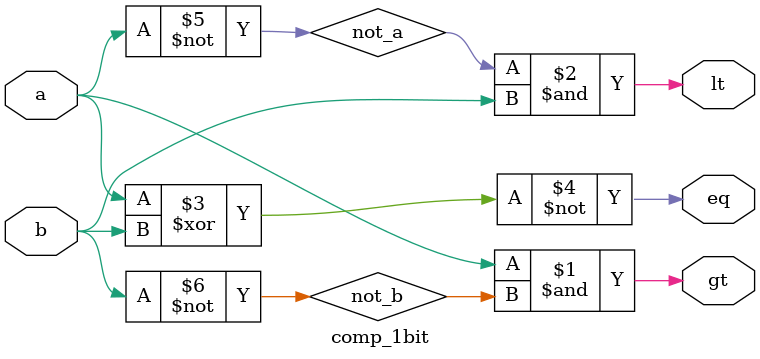
<source format=v>

module comp_1bit (a,b,gt,eq,lt);
input a,b;
output gt,eq,lt;

not (not_a,a);
not (not_b,b);
and (gt,a,not_b);
and (lt,not_a,b);
xnor (eq,a,b);

endmodule
</source>
